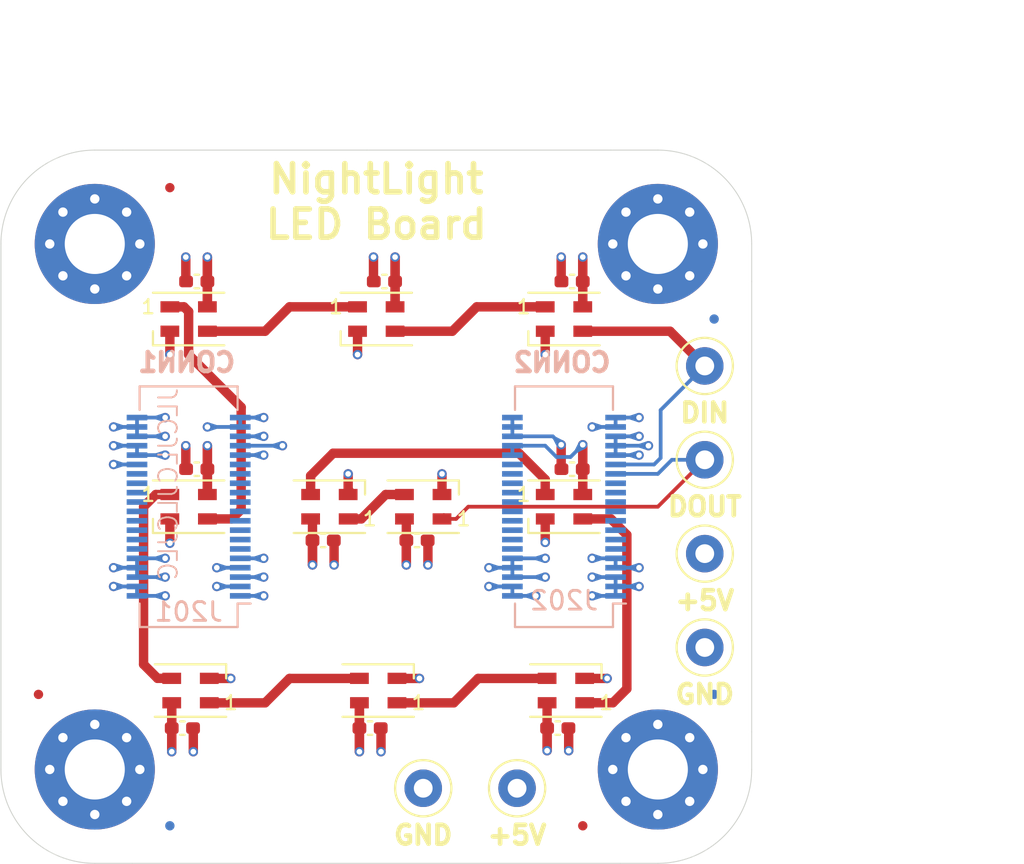
<source format=kicad_pcb>
(kicad_pcb (version 20240108) (generator "pcbnew") (generator_version "8.0")
  (layers (0 "F.Cu" signal) (1 "In1.Cu" signal) (2 "In2.Cu" signal) (31 "B.Cu" signal) (34 "B.Paste" user) (35 "F.Paste" user) (36 "B.SilkS" user "B.Silkscreen") (37 "F.SilkS" user "F.Silkscreen") (38 "B.Mask" user) (39 "F.Mask" user) (44 "Edge.Cuts" user))
  (net 0 "")
  (net 1 "GND")
  (net 2 "/LED Controller/DO1")
  (net 3 "/Connectors/DIN")
  (net 4 "/LED Controller/DO2")
  (net 5 "/LED Controller/DO3")
  (net 6 "/LED Controller/DO4")
  (net 7 "/LED Controller/DO5")
  (net 8 "/LED Controller/DO6")
  (net 9 "/LED Controller/DO7")
  (net 10 "/LED Controller/DO8")
  (net 11 "/LED Controller/DO9")
  (net 12 "/Connectors/DOUT")
  (net 19 "+3V3")
  (net 27 "+5V")
  (net 31 "unconnected-(J201-Pin_30-Pad30)")
  (footprint "Capacitor_SMD:C_0402_1005Metric_Pad0.74x0.62mm_HandSolder" (layer "F.Cu") (at 140.4325 88 180)
    (property "Reference" "C303" (hide yes))
    (property "Value" "C")
    (pad "1" smd roundrect (at -0.5675 0 180) (size 0.735 0.62) (layers "F.Cu" "F.Paste" "F.Mask") (net 27 "+5V"))
    (pad "2" smd roundrect (at 0.5675 0 180) (size 0.735 0.62) (layers "F.Cu" "F.Paste" "F.Mask") (net 1 "GND"))
  )
  (footprint "TestPoint:TestPoint_Loop_D1.80mm_Drill1.0mm_Beaded" (layer "F.Cu") (at 167.5 102.5)
    (property "Reference" "TP304" (hide yes))
    (property "Value" "TestPoint_Small")
    (pad "1" thru_hole circle (at 0 0) (size 2 2) (drill 1) (layers "*.Cu" "*.Mask") (net 27 "+5V"))
  )
  (footprint "LED_SMD:LED_SK6805_PLCC4_2.4x2.7mm_P1.3mm" (layer "F.Cu") (at 140 90)
    (property "Reference" "D303" (hide yes))
    (property "Value" "SK6805")
    (fp_text user "1" (at -2.15 -0.65 0) (layer "F.SilkS") (effects (font (size 0.75 0.75) (thickness 0.12))))
    (pad "1" smd rect (at -1 -0.65) (size 1 0.6) (layers "F.Cu" "F.Paste" "F.Mask") (net 5 "/LED Controller/DO3"))
    (pad "2" smd rect (at -1 0.65) (size 1 0.6) (layers "F.Cu" "F.Paste" "F.Mask") (net 1 "GND"))
    (pad "3" smd rect (at 1 0.65) (size 1 0.6) (layers "F.Cu" "F.Paste" "F.Mask") (net 4 "/LED Controller/DO2"))
    (pad "4" smd rect (at 1 -0.65) (size 1 0.6) (layers "F.Cu" "F.Paste" "F.Mask") (net 27 "+5V"))
  )
  (footprint "Fiducial:Fiducial_0.5mm_Mask1mm" (layer "F.Cu") (at 139 83)
    (property "Reference" "FID105" (hide yes))
    (property "Value" "Fiducial" (hide yes))
    (pad "" smd circle (at 0 0) (size 0.5 0.5) (layers "F.Cu" "F.Mask") (clearance 0.25))
  )
  (footprint "MountingHole:MountingHole_3.2mm_M3_Pad_Via" (layer "F.Cu") (at 165 86)
    (property "Reference" "H104" (hide yes))
    (property "Value" "MountingHole_Pad" (hide yes))
    (pad "1" thru_hole circle (at -2.4 0) (size 0.8 0.8) (drill 0.5) (layers "*.Cu" "*.Mask") (net 1 "GND"))
    (pad "1" thru_hole circle (at -1.697056 -1.697056) (size 0.8 0.8) (drill 0.5) (layers "*.Cu" "*.Mask") (net 1 "GND"))
    (pad "1" thru_hole circle (at -1.697056 1.697056) (size 0.8 0.8) (drill 0.5) (layers "*.Cu" "*.Mask") (net 1 "GND"))
    (pad "1" thru_hole circle (at 0 -2.4) (size 0.8 0.8) (drill 0.5) (layers "*.Cu" "*.Mask") (net 1 "GND"))
    (pad "1" thru_hole circle (at 0 0) (size 6.4 6.4) (drill 3.2) (layers "*.Cu" "*.Mask") (net 1 "GND"))
    (pad "1" thru_hole circle (at 0 2.4) (size 0.8 0.8) (drill 0.5) (layers "*.Cu" "*.Mask") (net 1 "GND"))
    (pad "1" thru_hole circle (at 1.697056 -1.697056) (size 0.8 0.8) (drill 0.5) (layers "*.Cu" "*.Mask") (net 1 "GND"))
    (pad "1" thru_hole circle (at 1.697056 1.697056) (size 0.8 0.8) (drill 0.5) (layers "*.Cu" "*.Mask") (net 1 "GND"))
    (pad "1" thru_hole circle (at 2.4 0) (size 0.8 0.8) (drill 0.5) (layers "*.Cu" "*.Mask") (net 1 "GND"))
  )
  (footprint "Capacitor_SMD:C_0402_1005Metric_Pad0.74x0.62mm_HandSolder" (layer "F.Cu") (at 159.6675 111.794975)
    (property "Reference" "C307" (hide yes))
    (property "Value" "C")
    (pad "1" smd roundrect (at -0.5675 0) (size 0.735 0.62) (layers "F.Cu" "F.Paste" "F.Mask") (net 27 "+5V"))
    (pad "2" smd roundrect (at 0.5675 0) (size 0.735 0.62) (layers "F.Cu" "F.Paste" "F.Mask") (net 1 "GND"))
  )
  (footprint "Capacitor_SMD:C_0402_1005Metric_Pad0.74x0.62mm_HandSolder" (layer "F.Cu") (at 150.4325 88 180)
    (property "Reference" "C302" (hide yes))
    (property "Value" "C")
    (pad "1" smd roundrect (at -0.5675 0 180) (size 0.735 0.62) (layers "F.Cu" "F.Paste" "F.Mask") (net 27 "+5V"))
    (pad "2" smd roundrect (at 0.5675 0 180) (size 0.735 0.62) (layers "F.Cu" "F.Paste" "F.Mask") (net 1 "GND"))
  )
  (footprint "LED_SMD:LED_SK6805_PLCC4_2.4x2.7mm_P1.3mm" (layer "F.Cu") (at 140.1 109.794974 180)
    (property "Reference" "D305" (hide yes))
    (property "Value" "SK6805")
    (fp_text user "1" (at -2.15 -0.65 360) (layer "F.SilkS") (effects (font (size 0.75 0.75) (thickness 0.12))))
    (pad "1" smd rect (at -1 -0.65 180) (size 1 0.6) (layers "F.Cu" "F.Paste" "F.Mask") (net 7 "/LED Controller/DO5"))
    (pad "2" smd rect (at -1 0.65 180) (size 1 0.6) (layers "F.Cu" "F.Paste" "F.Mask") (net 1 "GND"))
    (pad "3" smd rect (at 1 0.65 180) (size 1 0.6) (layers "F.Cu" "F.Paste" "F.Mask") (net 6 "/LED Controller/DO4"))
    (pad "4" smd rect (at 1 -0.65 180) (size 1 0.6) (layers "F.Cu" "F.Paste" "F.Mask") (net 27 "+5V"))
  )
  (footprint "TestPoint:TestPoint_Loop_D1.80mm_Drill1.0mm_Beaded" (layer "F.Cu") (at 167.5 97.5)
    (property "Reference" "TP305" (hide yes))
    (property "Value" "TestPoint_Small")
    (pad "1" thru_hole circle (at 0 0) (size 2 2) (drill 1) (layers "*.Cu" "*.Mask") (net 12 "/Connectors/DOUT"))
  )
  (footprint "TestPoint:TestPoint_Loop_D1.80mm_Drill1.0mm_Beaded" (layer "F.Cu") (at 157.5 115)
    (property "Reference" "TP302" (hide yes))
    (property "Value" "TestPoint_Small")
    (pad "1" thru_hole circle (at 0 0) (size 2 2) (drill 1) (layers "*.Cu" "*.Mask") (net 27 "+5V"))
  )
  (footprint "Capacitor_SMD:C_0402_1005Metric_Pad0.74x0.62mm_HandSolder" (layer "F.Cu") (at 140.4325 98 180)
    (property "Reference" "C304" (hide yes))
    (property "Value" "C")
    (pad "1" smd roundrect (at -0.5675 0 180) (size 0.735 0.62) (layers "F.Cu" "F.Paste" "F.Mask") (net 27 "+5V"))
    (pad "2" smd roundrect (at 0.5675 0 180) (size 0.735 0.62) (layers "F.Cu" "F.Paste" "F.Mask") (net 1 "GND"))
  )
  (footprint "LED_SMD:LED_SK6805_PLCC4_2.4x2.7mm_P1.3mm" (layer "F.Cu") (at 152.5 100 180)
    (property "Reference" "D310" (hide yes))
    (property "Value" "SK6805")
    (fp_text user "1" (at -2.15 -0.65 360) (layer "F.SilkS") (effects (font (size 0.75 0.75) (thickness 0.12))))
    (pad "1" smd rect (at -1 -0.65 180) (size 1 0.6) (layers "F.Cu" "F.Paste" "F.Mask") (net 12 "/Connectors/DOUT"))
    (pad "2" smd rect (at -1 0.65 180) (size 1 0.6) (layers "F.Cu" "F.Paste" "F.Mask") (net 1 "GND"))
    (pad "3" smd rect (at 1 0.65 180) (size 1 0.6) (layers "F.Cu" "F.Paste" "F.Mask") (net 11 "/LED Controller/DO9"))
    (pad "4" smd rect (at 1 -0.65 180) (size 1 0.6) (layers "F.Cu" "F.Paste" "F.Mask") (net 27 "+5V"))
  )
  (footprint "Capacitor_SMD:C_0402_1005Metric_Pad0.74x0.62mm_HandSolder" (layer "F.Cu") (at 147.1675 101.794975)
    (property "Reference" "C310" (hide yes))
    (property "Value" "C")
    (pad "1" smd roundrect (at -0.5675 0) (size 0.735 0.62) (layers "F.Cu" "F.Paste" "F.Mask") (net 27 "+5V"))
    (pad "2" smd roundrect (at 0.5675 0) (size 0.735 0.62) (layers "F.Cu" "F.Paste" "F.Mask") (net 1 "GND"))
  )
  (footprint "TestPoint:TestPoint_Loop_D1.80mm_Drill1.0mm_Beaded" (layer "F.Cu") (at 167.5 92.5)
    (property "Reference" "TP306" (hide yes))
    (property "Value" "TestPoint_Small")
    (pad "1" thru_hole circle (at 0 0) (size 2 2) (drill 1) (layers "*.Cu" "*.Mask") (net 3 "/Connectors/DIN"))
  )
  (footprint "LED_SMD:LED_SK6805_PLCC4_2.4x2.7mm_P1.3mm" (layer "F.Cu") (at 160 100)
    (property "Reference" "D308" (hide yes))
    (property "Value" "SK6805")
    (fp_text user "1" (at -2.15 -0.65 0) (layer "F.SilkS") (effects (font (size 0.75 0.75) (thickness 0.12))))
    (pad "1" smd rect (at -1 -0.65) (size 1 0.6) (layers "F.Cu" "F.Paste" "F.Mask") (net 10 "/LED Controller/DO8"))
    (pad "2" smd rect (at -1 0.65) (size 1 0.6) (layers "F.Cu" "F.Paste" "F.Mask") (net 1 "GND"))
    (pad "3" smd rect (at 1 0.65) (size 1 0.6) (layers "F.Cu" "F.Paste" "F.Mask") (net 9 "/LED Controller/DO7"))
    (pad "4" smd rect (at 1 -0.65) (size 1 0.6) (layers "F.Cu" "F.Paste" "F.Mask") (net 27 "+5V"))
  )
  (footprint "TestPoint:TestPoint_Loop_D1.80mm_Drill1.0mm_Beaded" (layer "F.Cu") (at 152.5 115)
    (property "Reference" "TP303" (hide yes))
    (property "Value" "TestPoint_Small")
    (pad "1" thru_hole circle (at 0 0) (size 2 2) (drill 1) (layers "*.Cu" "*.Mask") (net 1 "GND"))
  )
  (footprint "LED_SMD:LED_SK6805_PLCC4_2.4x2.7mm_P1.3mm" (layer "F.Cu") (at 160 90)
    (property "Reference" "D301" (hide yes))
    (property "Value" "SK6805")
    (fp_text user "1" (at -2.15 -0.65 0) (layer "F.SilkS") (effects (font (size 0.75 0.75) (thickness 0.12))))
    (pad "1" smd rect (at -1 -0.65) (size 1 0.6) (layers "F.Cu" "F.Paste" "F.Mask") (net 2 "/LED Controller/DO1"))
    (pad "2" smd rect (at -1 0.65) (size 1 0.6) (layers "F.Cu" "F.Paste" "F.Mask") (net 1 "GND"))
    (pad "3" smd rect (at 1 0.65) (size 1 0.6) (layers "F.Cu" "F.Paste" "F.Mask") (net 3 "/Connectors/DIN"))
    (pad "4" smd rect (at 1 -0.65) (size 1 0.6) (layers "F.Cu" "F.Paste" "F.Mask") (net 27 "+5V"))
  )
  (footprint "LED_SMD:LED_SK6805_PLCC4_2.4x2.7mm_P1.3mm" (layer "F.Cu") (at 160.1 109.794974 180)
    (property "Reference" "D307" (hide yes))
    (property "Value" "SK6805")
    (fp_text user "1" (at -2.15 -0.65 360) (layer "F.SilkS") (effects (font (size 0.75 0.75) (thickness 0.12))))
    (pad "1" smd rect (at -1 -0.65 180) (size 1 0.6) (layers "F.Cu" "F.Paste" "F.Mask") (net 9 "/LED Controller/DO7"))
    (pad "2" smd rect (at -1 0.65 180) (size 1 0.6) (layers "F.Cu" "F.Paste" "F.Mask") (net 1 "GND"))
    (pad "3" smd rect (at 1 0.65 180) (size 1 0.6) (layers "F.Cu" "F.Paste" "F.Mask") (net 8 "/LED Controller/DO6"))
    (pad "4" smd rect (at 1 -0.65 180) (size 1 0.6) (layers "F.Cu" "F.Paste" "F.Mask") (net 27 "+5V"))
  )
  (footprint "MountingHole:MountingHole_3.2mm_M3_Pad_Via" (layer "F.Cu") (at 135 114)
    (property "Reference" "H102" (hide yes))
    (property "Value" "MountingHole_Pad" (hide yes))
    (pad "1" thru_hole circle (at -2.4 0) (size 0.8 0.8) (drill 0.5) (layers "*.Cu" "*.Mask") (net 1 "GND"))
    (pad "1" thru_hole circle (at -1.697056 -1.697056) (size 0.8 0.8) (drill 0.5) (layers "*.Cu" "*.Mask") (net 1 "GND"))
    (pad "1" thru_hole circle (at -1.697056 1.697056) (size 0.8 0.8) (drill 0.5) (layers "*.Cu" "*.Mask") (net 1 "GND"))
    (pad "1" thru_hole circle (at 0 -2.4) (size 0.8 0.8) (drill 0.5) (layers "*.Cu" "*.Mask") (net 1 "GND"))
    (pad "1" thru_hole circle (at 0 0) (size 6.4 6.4) (drill 3.2) (layers "*.Cu" "*.Mask") (net 1 "GND"))
    (pad "1" thru_hole circle (at 0 2.4) (size 0.8 0.8) (drill 0.5) (layers "*.Cu" "*.Mask") (net 1 "GND"))
    (pad "1" thru_hole circle (at 1.697056 -1.697056) (size 0.8 0.8) (drill 0.5) (layers "*.Cu" "*.Mask") (net 1 "GND"))
    (pad "1" thru_hole circle (at 1.697056 1.697056) (size 0.8 0.8) (drill 0.5) (layers "*.Cu" "*.Mask") (net 1 "GND"))
    (pad "1" thru_hole circle (at 2.4 0) (size 0.8 0.8) (drill 0.5) (layers "*.Cu" "*.Mask") (net 1 "GND"))
  )
  (footprint "MountingHole:MountingHole_3.2mm_M3_Pad_Via" (layer "F.Cu") (at 135 86)
    (property "Reference" "H101" (hide yes))
    (property "Value" "MountingHole_Pad" (hide yes))
    (pad "1" thru_hole circle (at -2.4 0) (size 0.8 0.8) (drill 0.5) (layers "*.Cu" "*.Mask") (net 1 "GND"))
    (pad "1" thru_hole circle (at -1.697056 -1.697056) (size 0.8 0.8) (drill 0.5) (layers "*.Cu" "*.Mask") (net 1 "GND"))
    (pad "1" thru_hole circle (at -1.697056 1.697056) (size 0.8 0.8) (drill 0.5) (layers "*.Cu" "*.Mask") (net 1 "GND"))
    (pad "1" thru_hole circle (at 0 -2.4) (size 0.8 0.8) (drill 0.5) (layers "*.Cu" "*.Mask") (net 1 "GND"))
    (pad "1" thru_hole circle (at 0 0) (size 6.4 6.4) (drill 3.2) (layers "*.Cu" "*.Mask") (net 1 "GND"))
    (pad "1" thru_hole circle (at 0 2.4) (size 0.8 0.8) (drill 0.5) (layers "*.Cu" "*.Mask") (net 1 "GND"))
    (pad "1" thru_hole circle (at 1.697056 -1.697056) (size 0.8 0.8) (drill 0.5) (layers "*.Cu" "*.Mask") (net 1 "GND"))
    (pad "1" thru_hole circle (at 1.697056 1.697056) (size 0.8 0.8) (drill 0.5) (layers "*.Cu" "*.Mask") (net 1 "GND"))
    (pad "1" thru_hole circle (at 2.4 0) (size 0.8 0.8) (drill 0.5) (layers "*.Cu" "*.Mask") (net 1 "GND"))
  )
  (footprint "Capacitor_SMD:C_0402_1005Metric_Pad0.74x0.62mm_HandSolder" (layer "F.Cu") (at 160.4325 88 180)
    (property "Reference" "C301" (hide yes))
    (property "Value" "C")
    (pad "1" smd roundrect (at -0.5675 0 180) (size 0.735 0.62) (layers "F.Cu" "F.Paste" "F.Mask") (net 27 "+5V"))
    (pad "2" smd roundrect (at 0.5675 0 180) (size 0.735 0.62) (layers "F.Cu" "F.Paste" "F.Mask") (net 1 "GND"))
  )
  (footprint "LED_SMD:LED_SK6805_PLCC4_2.4x2.7mm_P1.3mm" (layer "F.Cu") (at 147.5 100 180)
    (property "Reference" "D309" (hide yes))
    (property "Value" "SK6805")
    (fp_text user "1" (at -2.15 -0.65 360) (layer "F.SilkS") (effects (font (size 0.75 0.75) (thickness 0.12))))
    (pad "1" smd rect (at -1 -0.65 180) (size 1 0.6) (layers "F.Cu" "F.Paste" "F.Mask") (net 11 "/LED Controller/DO9"))
    (pad "2" smd rect (at -1 0.65 180) (size 1 0.6) (layers "F.Cu" "F.Paste" "F.Mask") (net 1 "GND"))
    (pad "3" smd rect (at 1 0.65 180) (size 1 0.6) (layers "F.Cu" "F.Paste" "F.Mask") (net 10 "/LED Controller/DO8"))
    (pad "4" smd rect (at 1 -0.65 180) (size 1 0.6) (layers "F.Cu" "F.Paste" "F.Mask") (net 27 "+5V"))
  )
  (footprint "Fiducial:Fiducial_0.5mm_Mask1mm" (layer "F.Cu") (at 161 117)
    (property "Reference" "FID103" (hide yes))
    (property "Value" "Fiducial" (hide yes))
    (pad "" smd circle (at 0 0) (size 0.5 0.5) (layers "F.Cu" "F.Mask") (clearance 0.25))
  )
  (footprint "Capacitor_SMD:C_0402_1005Metric_Pad0.74x0.62mm_HandSolder" (layer "F.Cu") (at 149.6675 111.794975)
    (property "Reference" "C306" (hide yes))
    (property "Value" "C")
    (pad "1" smd roundrect (at -0.5675 0) (size 0.735 0.62) (layers "F.Cu" "F.Paste" "F.Mask") (net 27 "+5V"))
    (pad "2" smd roundrect (at 0.5675 0) (size 0.735 0.62) (layers "F.Cu" "F.Paste" "F.Mask") (net 1 "GND"))
  )
  (footprint "LED_SMD:LED_SK6805_PLCC4_2.4x2.7mm_P1.3mm" (layer "F.Cu") (at 150.1 109.794974 180)
    (property "Reference" "D306" (hide yes))
    (property "Value" "SK6805")
    (fp_text user "1" (at -2.15 -0.65 360) (layer "F.SilkS") (effects (font (size 0.75 0.75) (thickness 0.12))))
    (pad "1" smd rect (at -1 -0.65 180) (size 1 0.6) (layers "F.Cu" "F.Paste" "F.Mask") (net 8 "/LED Controller/DO6"))
    (pad "2" smd rect (at -1 0.65 180) (size 1 0.6) (layers "F.Cu" "F.Paste" "F.Mask") (net 1 "GND"))
    (pad "3" smd rect (at 1 0.65 180) (size 1 0.6) (layers "F.Cu" "F.Paste" "F.Mask") (net 7 "/LED Controller/DO5"))
    (pad "4" smd rect (at 1 -0.65 180) (size 1 0.6) (layers "F.Cu" "F.Paste" "F.Mask") (net 27 "+5V"))
  )
  (footprint "Capacitor_SMD:C_0402_1005Metric_Pad0.74x0.62mm_HandSolder" (layer "F.Cu") (at 160.4325 98 180)
    (property "Reference" "C308" (hide yes))
    (property "Value" "C")
    (pad "1" smd roundrect (at -0.5675 0 180) (size 0.735 0.62) (layers "F.Cu" "F.Paste" "F.Mask") (net 27 "+5V"))
    (pad "2" smd roundrect (at 0.5675 0 180) (size 0.735 0.62) (layers "F.Cu" "F.Paste" "F.Mask") (net 1 "GND"))
  )
  (footprint "TestPoint:TestPoint_Loop_D1.80mm_Drill1.0mm_Beaded" (layer "F.Cu") (at 167.5 107.5)
    (property "Reference" "TP301" (hide yes))
    (property "Value" "TestPoint_Small")
    (pad "1" thru_hole circle (at 0 0) (size 2 2) (drill 1) (layers "*.Cu" "*.Mask") (net 1 "GND"))
  )
  (footprint "Fiducial:Fiducial_0.5mm_Mask1mm" (layer "F.Cu") (at 132 110)
    (property "Reference" "FID101" (hide yes))
    (property "Value" "Fiducial" (hide yes))
    (pad "" smd circle (at 0 0) (size 0.5 0.5) (layers "F.Cu" "F.Mask") (clearance 0.25))
  )
  (footprint "LED_SMD:LED_SK6805_PLCC4_2.4x2.7mm_P1.3mm" (layer "F.Cu") (at 140 100)
    (property "Reference" "D304" (hide yes))
    (property "Value" "SK6805")
    (fp_text user "1" (at -2.15 -0.65 0) (layer "F.SilkS") (effects (font (size 0.75 0.75) (thickness 0.12))))
    (pad "1" smd rect (at -1 -0.65) (size 1 0.6) (layers "F.Cu" "F.Paste" "F.Mask") (net 6 "/LED Controller/DO4"))
    (pad "2" smd rect (at -1 0.65) (size 1 0.6) (layers "F.Cu" "F.Paste" "F.Mask") (net 1 "GND"))
    (pad "3" smd rect (at 1 0.65) (size 1 0.6) (layers "F.Cu" "F.Paste" "F.Mask") (net 5 "/LED Controller/DO3"))
    (pad "4" smd rect (at 1 -0.65) (size 1 0.6) (layers "F.Cu" "F.Paste" "F.Mask") (net 27 "+5V"))
  )
  (footprint "LED_SMD:LED_SK6805_PLCC4_2.4x2.7mm_P1.3mm" (layer "F.Cu") (at 150 90)
    (property "Reference" "D302" (hide yes))
    (property "Value" "SK6805")
    (fp_text user "1" (at -2.15 -0.65 0) (layer "F.SilkS") (effects (font (size 0.75 0.75) (thickness 0.12))))
    (pad "1" smd rect (at -1 -0.65) (size 1 0.6) (layers "F.Cu" "F.Paste" "F.Mask") (net 4 "/LED Controller/DO2"))
    (pad "2" smd rect (at -1 0.65) (size 1 0.6) (layers "F.Cu" "F.Paste" "F.Mask") (net 1 "GND"))
    (pad "3" smd rect (at 1 0.65) (size 1 0.6) (layers "F.Cu" "F.Paste" "F.Mask") (net 2 "/LED Controller/DO1"))
    (pad "4" smd rect (at 1 -0.65) (size 1 0.6) (layers "F.Cu" "F.Paste" "F.Mask") (net 27 "+5V"))
  )
  (footprint "Capacitor_SMD:C_0402_1005Metric_Pad0.74x0.62mm_HandSolder" (layer "F.Cu") (at 152.1675 101.794975)
    (property "Reference" "C309" (hide yes))
    (property "Value" "C")
    (pad "1" smd roundrect (at -0.5675 0) (size 0.735 0.62) (layers "F.Cu" "F.Paste" "F.Mask") (net 27 "+5V"))
    (pad "2" smd roundrect (at 0.5675 0) (size 0.735 0.62) (layers "F.Cu" "F.Paste" "F.Mask") (net 1 "GND"))
  )
  (footprint "Capacitor_SMD:C_0402_1005Metric_Pad0.74x0.62mm_HandSolder" (layer "F.Cu") (at 139.6675 111.794975)
    (property "Reference" "C305" (hide yes))
    (property "Value" "C")
    (pad "1" smd roundrect (at -0.5675 0) (size 0.735 0.62) (layers "F.Cu" "F.Paste" "F.Mask") (net 27 "+5V"))
    (pad "2" smd roundrect (at 0.5675 0) (size 0.735 0.62) (layers "F.Cu" "F.Paste" "F.Mask") (net 1 "GND"))
  )
  (footprint "MountingHole:MountingHole_3.2mm_M3_Pad_Via" (layer "F.Cu") (at 165 114)
    (property "Reference" "H103" (hide yes))
    (property "Value" "MountingHole_Pad" (hide yes))
    (pad "1" thru_hole circle (at -2.4 0) (size 0.8 0.8) (drill 0.5) (layers "*.Cu" "*.Mask") (net 1 "GND"))
    (pad "1" thru_hole circle (at -1.697056 -1.697056) (size 0.8 0.8) (drill 0.5) (layers "*.Cu" "*.Mask") (net 1 "GND"))
    (pad "1" thru_hole circle (at -1.697056 1.697056) (size 0.8 0.8) (drill 0.5) (layers "*.Cu" "*.Mask") (net 1 "GND"))
    (pad "1" thru_hole circle (at 0 -2.4) (size 0.8 0.8) (drill 0.5) (layers "*.Cu" "*.Mask") (net 1 "GND"))
    (pad "1" thru_hole circle (at 0 0) (size 6.4 6.4) (drill 3.2) (layers "*.Cu" "*.Mask") (net 1 "GND"))
    (pad "1" thru_hole circle (at 0 2.4) (size 0.8 0.8) (drill 0.5) (layers "*.Cu" "*.Mask") (net 1 "GND"))
    (pad "1" thru_hole circle (at 1.697056 -1.697056) (size 0.8 0.8) (drill 0.5) (layers "*.Cu" "*.Mask") (net 1 "GND"))
    (pad "1" thru_hole circle (at 1.697056 1.697056) (size 0.8 0.8) (drill 0.5) (layers "*.Cu" "*.Mask") (net 1 "GND"))
    (pad "1" thru_hole circle (at 2.4 0) (size 0.8 0.8) (drill 0.5) (layers "*.Cu" "*.Mask") (net 1 "GND"))
  )
  (footprint "Fiducial:Fiducial_0.5mm_Mask1mm" (layer "B.Cu") (at 168 110 180)
    (property "Reference" "FID104" (hide yes))
    (property "Value" "Fiducial" (hide yes))
    (pad "" smd circle (at 0 0 180) (size 0.5 0.5) (layers "B.Cu" "B.Mask") (clearance 0.25))
  )
  (footprint "Connector_Molex:Molex_SlimStack_54722-0404_2x20_P0.50mm_Vertical" (layer "B.Cu") (at 160 100 90)
    (property "Reference" "J202" (at -5 0 0) (layer "B.SilkS") (effects (justify mirror)))
    (property "Value" "Conn_02x20_Odd_Even")
    (pad "1" smd rect (at -4.75 2.75 90) (size 0.3 1.1) (layers "B.Cu" "B.Paste" "B.Mask") (net 1 "GND"))
    (pad "2" smd rect (at -4.75 -2.75 90) (size 0.3 1.1) (layers "B.Cu" "B.Paste" "B.Mask") (net 19 "+3V3"))
    (pad "3" smd rect (at -4.25 2.75 90) (size 0.3 1.1) (layers "B.Cu" "B.Paste" "B.Mask") (net 1 "GND"))
    (pad "4" smd rect (at -4.25 -2.75 90) (size 0.3 1.1) (layers "B.Cu" "B.Paste" "B.Mask") (net 19 "+3V3"))
    (pad "5" smd rect (at -3.75 2.75 90) (size 0.3 1.1) (layers "B.Cu" "B.Paste" "B.Mask") (net 1 "GND"))
    (pad "6" smd rect (at -3.75 -2.75 90) (size 0.3 1.1) (layers "B.Cu" "B.Paste" "B.Mask") (net 1 "GND"))
    (pad "7" smd rect (at -3.25 2.75 90) (size 0.3 1.1) (layers "B.Cu" "B.Paste" "B.Mask") (net 27 "+5V"))
    (pad "8" smd rect (at -3.25 -2.75 90) (size 0.3 1.1) (layers "B.Cu" "B.Paste" "B.Mask") (net 1 "GND"))
    (pad "9" smd rect (at -2.75 2.75 90) (size 0.3 1.1) (layers "B.Cu" "B.Paste" "B.Mask") (net 27 "+5V"))
    (pad "10" smd rect (at -2.75 -2.75 90) (size 0.3 1.1) (layers "B.Cu" "B.Paste" "B.Mask") (net 1 "GND"))
    (pad "11" smd rect (at -2.25 2.75 90) (size 0.3 1.1) (layers "B.Cu" "B.Paste" "B.Mask"))
    (pad "12" smd rect (at -2.25 -2.75 90) (size 0.3 1.1) (layers "B.Cu" "B.Paste" "B.Mask"))
    (pad "13" smd rect (at -1.75 2.75 90) (size 0.3 1.1) (layers "B.Cu" "B.Paste" "B.Mask"))
    (pad "14" smd rect (at -1.75 -2.75 90) (size 0.3 1.1) (layers "B.Cu" "B.Paste" "B.Mask"))
    (pad "15" smd rect (at -1.25 2.75 90) (size 0.3 1.1) (layers "B.Cu" "B.Paste" "B.Mask"))
    (pad "16" smd rect (at -1.25 -2.75 90) (size 0.3 1.1) (layers "B.Cu" "B.Paste" "B.Mask"))
    (pad "17" smd rect (at -0.75 2.75 90) (size 0.3 1.1) (layers "B.Cu" "B.Paste" "B.Mask"))
    (pad "18" smd rect (at -0.75 -2.75 90) (size 0.3 1.1) (layers "B.Cu" "B.Paste" "B.Mask"))
    (pad "19" smd rect (at -0.25 2.75 90) (size 0.3 1.1) (layers "B.Cu" "B.Paste" "B.Mask"))
    (pad "20" smd rect (at -0.25 -2.75 90) (size 0.3 1.1) (layers "B.Cu" "B.Paste" "B.Mask"))
    (pad "21" smd rect (at 0.25 2.75 90) (size 0.3 1.1) (layers "B.Cu" "B.Paste" "B.Mask"))
    (pad "22" smd rect (at 0.25 -2.75 90) (size 0.3 1.1) (layers "B.Cu" "B.Paste" "B.Mask"))
    (pad "23" smd rect (at 0.75 2.75 90) (size 0.3 1.1) (layers "B.Cu" "B.Paste" "B.Mask"))
    (pad "24" smd rect (at 0.75 -2.75 90) (size 0.3 1.1) (layers "B.Cu" "B.Paste" "B.Mask"))
    (pad "25" smd rect (at 1.25 2.75 90) (size 0.3 1.1) (layers "B.Cu" "B.Paste" "B.Mask"))
    (pad "26" smd rect (at 1.25 -2.75 90) (size 0.3 1.1) (layers "B.Cu" "B.Paste" "B.Mask"))
    (pad "27" smd rect (at 1.75 2.75 90) (size 0.3 1.1) (layers "B.Cu" "B.Paste" "B.Mask") (net 12 "/Connectors/DOUT"))
    (pad "28" smd rect (at 1.75 -2.75 90) (size 0.3 1.1) (layers "B.Cu" "B.Paste" "B.Mask"))
    (pad "29" smd rect (at 2.25 2.75 90) (size 0.3 1.1) (layers "B.Cu" "B.Paste" "B.Mask") (net 3 "/Connectors/DIN"))
    (pad "30" smd rect (at 2.25 -2.75 90) (size 0.3 1.1) (layers "B.Cu" "B.Paste" "B.Mask"))
    (pad "31" smd rect (at 2.75 2.75 90) (size 0.3 1.1) (layers "B.Cu" "B.Paste" "B.Mask") (net 1 "GND"))
    (pad "32" smd rect (at 2.75 -2.75 90) (size 0.3 1.1) (layers "B.Cu" "B.Paste" "B.Mask") (net 27 "+5V"))
    (pad "33" smd rect (at 3.25 2.75 90) (size 0.3 1.1) (layers "B.Cu" "B.Paste" "B.Mask") (net 1 "GND"))
    (pad "34" smd rect (at 3.25 -2.75 90) (size 0.3 1.1) (layers "B.Cu" "B.Paste" "B.Mask") (net 27 "+5V"))
    (pad "35" smd rect (at 3.75 2.75 90) (size 0.3 1.1) (layers "B.Cu" "B.Paste" "B.Mask") (net 1 "GND"))
    (pad "36" smd rect (at 3.75 -2.75 90) (size 0.3 1.1) (layers "B.Cu" "B.Paste" "B.Mask") (net 1 "GND"))
    (pad "37" smd rect (at 4.25 2.75 90) (size 0.3 1.1) (layers "B.Cu" "B.Paste" "B.Mask") (net 19 "+3V3"))
    (pad "38" smd rect (at 4.25 -2.75 90) (size 0.3 1.1) (layers "B.Cu" "B.Paste" "B.Mask") (net 1 "GND"))
    (pad "39" smd rect (at 4.75 2.75 90) (size 0.3 1.1) (layers "B.Cu" "B.Paste" "B.Mask") (net 19 "+3V3"))
    (pad "40" smd rect (at 4.75 -2.75 90) (size 0.3 1.1) (layers "B.Cu" "B.Paste" "B.Mask") (net 1 "GND"))
  )
  (footprint "Fiducial:Fiducial_0.5mm_Mask1mm" (layer "B.Cu") (at 139 117 180)
    (property "Reference" "FID106" (hide yes))
    (property "Value" "Fiducial" (hide yes))
    (pad "" smd circle (at 0 0 180) (size 0.5 0.5) (layers "B.Cu" "B.Mask") (clearance 0.25))
  )
  (footprint "Connector_Molex:Molex_SlimStack_54722-0404_2x20_P0.50mm_Vertical" (layer "B.Cu") (at 140 100 90)
    (property "Reference" "J201" (at -5.6 0 180) (layer "B.SilkS") (effects (justify mirror)))
    (property "Value" "Conn_02x20_Odd_Even")
    (pad "1" smd rect (at -4.75 2.75 90) (size 0.3 1.1) (layers "B.Cu" "B.Paste" "B.Mask") (net 1 "GND"))
    (pad "2" smd rect (at -4.75 -2.75 90) (size 0.3 1.1) (layers "B.Cu" "B.Paste" "B.Mask") (net 19 "+3V3"))
    (pad "3" smd rect (at -4.25 2.75 90) (size 0.3 1.1) (layers "B.Cu" "B.Paste" "B.Mask") (net 1 "GND"))
    (pad "4" smd rect (at -4.25 -2.75 90) (size 0.3 1.1) (layers "B.Cu" "B.Paste" "B.Mask") (net 19 "+3V3"))
    (pad "5" smd rect (at -3.75 2.75 90) (size 0.3 1.1) (layers "B.Cu" "B.Paste" "B.Mask") (net 1 "GND"))
    (pad "6" smd rect (at -3.75 -2.75 90) (size 0.3 1.1) (layers "B.Cu" "B.Paste" "B.Mask") (net 1 "GND"))
    (pad "7" smd rect (at -3.25 2.75 90) (size 0.3 1.1) (layers "B.Cu" "B.Paste" "B.Mask") (net 27 "+5V"))
    (pad "8" smd rect (at -3.25 -2.75 90) (size 0.3 1.1) (layers "B.Cu" "B.Paste" "B.Mask") (net 1 "GND"))
    (pad "9" smd rect (at -2.75 2.75 90) (size 0.3 1.1) (layers "B.Cu" "B.Paste" "B.Mask") (net 27 "+5V"))
    (pad "10" smd rect (at -2.75 -2.75 90) (size 0.3 1.1) (layers "B.Cu" "B.Paste" "B.Mask") (net 1 "GND"))
    (pad "11" smd rect (at -2.25 2.75 90) (size 0.3 1.1) (layers "B.Cu" "B.Paste" "B.Mask"))
    (pad "12" smd rect (at -2.25 -2.75 90) (size 0.3 1.1) (layers "B.Cu" "B.Paste" "B.Mask"))
    (pad "13" smd rect (at -1.75 2.75 90) (size 0.3 1.1) (layers "B.Cu" "B.Paste" "B.Mask"))
    (pad "14" smd rect (at -1.75 -2.75 90) (size 0.3 1.1) (layers "B.Cu" "B.Paste" "B.Mask"))
    (pad "15" smd rect (at -1.25 2.75 90) (size 0.3 1.1) (layers "B.Cu" "B.Paste" "B.Mask"))
    (pad "16" smd rect (at -1.25 -2.75 90) (size 0.3 1.1) (layers "B.Cu" "B.Paste" "B.Mask"))
    (pad "17" smd rect (at -0.75 2.75 90) (size 0.3 1.1) (layers "B.Cu" "B.Paste" "B.Mask"))
    (pad "18" smd rect (at -0.75 -2.75 90) (size 0.3 1.1) (layers "B.Cu" "B.Paste" "B.Mask"))
    (pad "19" smd rect (at -0.25 2.75 90) (size 0.3 1.1) (layers "B.Cu" "B.Paste" "B.Mask"))
    (pad "20" smd rect (at -0.25 -2.75 90) (size 0.3 1.1) (layers "B.Cu" "B.Paste" "B.Mask"))
    (pad "21" smd rect (at 0.25 2.75 90) (size 0.3 1.1) (layers "B.Cu" "B.Paste" "B.Mask"))
    (pad "22" smd rect (at 0.25 -2.75 90) (size 0.3 1.1) (layers "B.Cu" "B.Paste" "B.Mask"))
    (pad "23" smd rect (at 0.75 2.75 90) (size 0.3 1.1) (layers "B.Cu" "B.Paste" "B.Mask"))
    (pad "24" smd rect (at 0.75 -2.75 90) (size 0.3 1.1) (layers "B.Cu" "B.Paste" "B.Mask"))
    (pad "25" smd rect (at 1.25 2.75 90) (size 0.3 1.1) (layers "B.Cu" "B.Paste" "B.Mask"))
    (pad "26" smd rect (at 1.25 -2.75 90) (size 0.3 1.1) (layers "B.Cu" "B.Paste" "B.Mask"))
    (pad "27" smd rect (at 1.75 2.75 90) (size 0.3 1.1) (layers "B.Cu" "B.Paste" "B.Mask"))
    (pad "28" smd rect (at 1.75 -2.75 90) (size 0.3 1.1) (layers "B.Cu" "B.Paste" "B.Mask"))
    (pad "29" smd rect (at 2.25 2.75 90) (size 0.3 1.1) (layers "B.Cu" "B.Paste" "B.Mask"))
    (pad "30" smd rect (at 2.25 -2.75 90) (size 0.3 1.1) (layers "B.Cu" "B.Paste" "B.Mask") (net 31 "unconnected-(J201-Pin_30-Pad30)"))
    (pad "31" smd rect (at 2.75 2.75 90) (size 0.3 1.1) (layers "B.Cu" "B.Paste" "B.Mask") (net 1 "GND"))
    (pad "32" smd rect (at 2.75 -2.75 90) (size 0.3 1.1) (layers "B.Cu" "B.Paste" "B.Mask") (net 27 "+5V"))
    (pad "33" smd rect (at 3.25 2.75 90) (size 0.3 1.1) (layers "B.Cu" "B.Paste" "B.Mask") (net 1 "GND"))
    (pad "34" smd rect (at 3.25 -2.75 90) (size 0.3 1.1) (layers "B.Cu" "B.Paste" "B.Mask") (net 27 "+5V"))
    (pad "35" smd rect (at 3.75 2.75 90) (size 0.3 1.1) (layers "B.Cu" "B.Paste" "B.Mask") (net 1 "GND"))
    (pad "36" smd rect (at 3.75 -2.75 90) (size 0.3 1.1) (layers "B.Cu" "B.Paste" "B.Mask") (net 1 "GND"))
    (pad "37" smd rect (at 4.25 2.75 90) (size 0.3 1.1) (layers "B.Cu" "B.Paste" "B.Mask") (net 19 "+3V3"))
    (pad "38" smd rect (at 4.25 -2.75 90) (size 0.3 1.1) (layers "B.Cu" "B.Paste" "B.Mask") (net 1 "GND"))
    (pad "39" smd rect (at 4.75 2.75 90) (size 0.3 1.1) (layers "B.Cu" "B.Paste" "B.Mask") (net 19 "+3V3"))
    (pad "40" smd rect (at 4.75 -2.75 90) (size 0.3 1.1) (layers "B.Cu" "B.Paste" "B.Mask") (net 1 "GND"))
  )
  (footprint "Fiducial:Fiducial_0.5mm_Mask1mm" (layer "B.Cu") (at 168 90 180)
    (property "Reference" "FID102" (hide yes))
    (property "Value" "Fiducial" (hide yes))
    (pad "" smd circle (at 0 0 180) (size 0.5 0.5) (layers "B.Cu" "B.Mask") (clearance 0.25))
  )
  (gr_arc (start 135 119) (mid 131.464466 117.535534) (end 130 114) (stroke (width 0.05)) (layer "Edge.Cuts"))
  (gr_line (start 162.5 81) (end 149.5 81) (stroke (width 0.05)) (layer "Edge.Cuts"))
  (gr_arc (start 170 114) (mid 168.535534 117.535534) (end 165 119) (stroke (width 0.05)) (layer "Edge.Cuts"))
  (gr_line (start 149.5 81) (end 136.5 81) (stroke (width 0.05)) (layer "Edge.Cuts"))
  (gr_line (start 170 112) (end 170 114) (stroke (width 0.05)) (layer "Edge.Cuts"))
  (gr_line (start 170 112) (end 170 88) (stroke (width 0.05)) (layer "Edge.Cuts"))
  (gr_line (start 130 112) (end 130 114) (stroke (width 0.05)) (layer "Edge.Cuts"))
  (gr_line (start 135 119) (end 137 119) (stroke (width 0.05)) (layer "Edge.Cuts"))
  (gr_line (start 165 81) (end 162.5 81) (stroke (width 0.05)) (layer "Edge.Cuts"))
  (gr_line (start 170 88) (end 170 86) (stroke (width 0.05)) (layer "Edge.Cuts"))
  (gr_line (start 130 88) (end 130 112) (stroke (width 0.05)) (layer "Edge.Cuts"))
  (gr_line (start 137 119) (end 163 119) (stroke (width 0.05)) (layer "Edge.Cuts"))
  (gr_arc (start 165 81) (mid 168.535534 82.464466) (end 170 86) (stroke (width 0.05)) (layer "Edge.Cuts"))
  (gr_line (start 136.5 81) (end 135 81) (stroke (width 0.05)) (layer "Edge.Cuts"))
  (gr_line (start 163 119) (end 165 119) (stroke (width 0.05)) (layer "Edge.Cuts"))
  (gr_arc (start 130 86) (mid 131.464466 82.464466) (end 135 81) (stroke (width 0.05)) (layer "Edge.Cuts"))
  (gr_line (start 130 88) (end 130 86) (stroke (width 0.05)) (layer "Edge.Cuts"))
  (gr_text "CONN1" (at 142.61 92.9 0) (layer "B.SilkS") (effects (font (size 1 1) (thickness 0.25) (bold yes)) (justify left bottom mirror)))
  (gr_text "CONN2" (at 162.61 92.9 0) (layer "B.SilkS") (effects (font (size 1 1) (thickness 0.25) (bold yes)) (justify left bottom mirror)))
  (gr_text "JLCJLCJLCJLC" (at 139.5 93.59 90) (layer "B.SilkS") (effects (font (size 1 1) (thickness 0.1)) (justify left bottom mirror)))
  (gr_text "GND" (at 167.5 110 0) (layer "F.SilkS") (effects (font (size 1 1) (thickness 0.25) (bold yes))))
  (gr_text "DOUT\n" (at 167.5 100 0) (layer "F.SilkS") (effects (font (size 1 1) (thickness 0.25) (bold yes))))
  (gr_text "+5V" (at 157.5 117.5 0) (layer "F.SilkS") (effects (font (size 1 1) (thickness 0.25) (bold yes))))
  (gr_text "NightLight\nLED Board" (at 150 83.75 0) (layer "F.SilkS") (effects (font (size 1.5 1.5) (thickness 0.3) (bold yes))))
  (gr_text "+5V\n" (at 167.5 105 0) (layer "F.SilkS") (effects (font (size 1 1) (thickness 0.25) (bold yes))))
  (gr_text "GND" (at 152.5 117.5 0) (layer "F.SilkS") (effects (font (size 1 1) (thickness 0.25) (bold yes))))
  (gr_text "DIN" (at 167.5 95 0) (layer "F.SilkS") (effects (font (size 1 1) (thickness 0.25) (bold yes))))
  (segment (start 139.85 96.747488) (end 139.85 97.937513) (width 0.5) (layer "F.Cu") (net 1))
  (segment (start 159.85 86.697487) (end 159.85 87.887512) (width 0.5) (layer "F.Cu") (net 1))
  (segment (start 140.25 113.052512) (end 140.25 111.862487) (width 0.5) (layer "F.Cu") (net 1))
  (segment (start 148.5 99.095013) (end 148.554987 99.15) (width 0.5) (layer "F.Cu") (net 1))
  (segment (start 147.75 103.102513) (end 147.75 101.912488) (width 0.5) (layer "F.Cu") (net 1))
  (segment (start 139 91.895012) (end 139 90.704987) (width 0.5) (layer "F.Cu") (net 1))
  (segment (start 160.25 113) (end 160.25 111.809975) (width 0.5) (layer "F.Cu") (net 1))
  (segment (start 152.3 109.15) (end 151.109975 109.15) (width 0.5) (layer "F.Cu") (net 1))
  (segment (start 160.25 111.809975) (end 160.235 111.794975) (width 0.2) (layer "F.Cu") (net 1))
  (segment (start 148.5 98.25) (end 148.5 99.095013) (width 0.5) (layer "F.Cu") (net 1))
  (segment (start 159 101.9) (end 159 100.709975) (width 0.5) (layer "F.Cu") (net 1))
  (segment (start 150.25 113.052512) (end 150.25 111.862487) (width 0.5) (layer "F.Cu") (net 1))
  (segment (start 152.75 103.102513) (end 152.75 101.912488) (width 0.5) (layer "F.Cu") (net 1))
  (segment (start 142.245012 109.15) (end 141.054987 109.15) (width 0.5) (layer "F.Cu") (net 1))
  (segment (start 149 91.895012) (end 149 90.704987) (width 0.5) (layer "F.Cu") (net 1))
  (segment (start 162.3 109.15) (end 161.109975 109.15) (width 0.5) (layer "F.Cu") (net 1))
  (segment (start 159 91.895012) (end 159 90.704987) (width 0.5) (layer "F.Cu") (net 1))
  (segment (start 159.85 96.697487) (end 159.85 97.887512) (width 0.5) (layer "F.Cu") (net 1))
  (segment (start 139 101.945012) (end 139 100.754987) (width 0.5) (layer "F.Cu") (net 1))
  (segment (start 153.5 98.25) (end 153.5 99.35) (width 0.5) (layer "F.Cu") (net 1))
  (segment (start 139.85 86.697488) (end 139.85 87.887513) (width 0.5) (layer "F.Cu") (net 1))
  (segment (start 149.85 86.697487) (end 149.85 87.887512) (width 0.5) (layer "F.Cu") (net 1))
  (via (at 140.25 113.052512) (size 0.5) (drill 0.3) (layers "F.Cu" "B.Cu") (net 1))
  (via (at 161.5 104.75) (size 0.5) (drill 0.3) (layers "F.Cu" "B.Cu") (net 1))
  (via (at 164.5 96.75) (size 0.5) (drill 0.3) (layers "F.Cu" "B.Cu") (net 1))
  (via (at 145 96.75) (size 0.5) (drill 0.3) (layers "F.Cu" "B.Cu") (net 1))
  (via (at 144 96.25) (size 0.5) (drill 0.3) (layers "F.Cu" "B.Cu") (net 1))
  (via (at 139 101.945012) (size 0.5) (drill 0.3) (layers "F.Cu" "B.Cu") (net 1))
  (via (at 149.85 86.697487) (size 0.5) (drill 0.3) (layers "F.Cu" "B.Cu") (net 1))
  (via (at 138.75 102.75) (size 0.5) (drill 0.3) (layers "F.Cu" "B.Cu") (net 1))
  (via (at 142.245012 109.15) (size 0.5) (drill 0.3) (layers "F.Cu" "B.Cu") (net 1))
  (via (at 161.5 103.75) (size 0.5) (drill 0.3) (layers "F.Cu" "B.Cu") (net 1))
  (via (at 136 95.75) (size 0.5) (drill 0.3) (layers "F.Cu" "B.Cu") (net 1))
  (via (at 139.85 96.747488) (size 0.5) (drill 0.3) (layers "F.Cu" "B.Cu") (net 1))
  (via (at 159 102.75) (size 0.5) (drill 0.3) (layers "F.Cu" "B.Cu") (net 1))
  (via (at 164 96.25) (size 0.5) (drill 0.3) (layers "F.Cu" "B.Cu") (net 1))
  (via (at 136 103.25) (size 0.5) (drill 0.3) (layers "F.Cu" "B.Cu") (net 1))
  (via (at 144 97.25) (size 0.5) (drill 0.3) (layers "F.Cu" "B.Cu") (net 1))
  (via (at 159.85 86.697487) (size 0.5) (drill 0.3) (layers "F.Cu" "B.Cu") (net 1))
  (via (at 160.25 113) (size 0.5) (drill 0.3) (layers "F.Cu" "B.Cu") (net 1))
  (via (at 153.5 98.25) (size 0.5) (drill 0.3) (layers "F.Cu" "B.Cu") (net 1))
  (via (at 156 103.25) (size 0.5) (drill 0.3) (layers "F.Cu" "B.Cu") (net 1))
  (via (at 147.75 103.102513) (size 0.5) (drill 0.3) (layers "F.Cu" "B.Cu") (net 1))
  (via (at 159 91.895012) (size 0.5) (drill 0.3) (layers "F.Cu" "B.Cu") (net 1))
  (via (at 138.75 95.25) (size 0.5) (drill 0.3) (layers "F.Cu" "B.Cu") (net 1))
  (via (at 164 104.25) (size 0.5) (drill 0.3) (layers "F.Cu" "B.Cu") (net 1))
  (via (at 141.5 104.25) (size 0.5) (drill 0.3) (layers "F.Cu" "B.Cu") (net 1))
  (via (at 149 91.895012) (size 0.5) (drill 0.3) (layers "F.Cu" "B.Cu") (net 1))
  (via (at 164 97.25) (size 0.5) (drill 0.3) (layers "F.Cu" "B.Cu") (net 1))
  (via (at 138.75 103.75) (size 0.5) (drill 0.3) (layers "F.Cu" "B.Cu") (net 1))
  (via (at 148.5 98.25) (size 0.5) (drill 0.3) (layers "F.Cu" "B.Cu") (net 1))
  (via (at 139.85 86.697488) (size 0.5) (drill 0.3) (layers "F.Cu" "B.Cu") (net 1))
  (via (at 139 91.895012) (size 0.5) (drill 0.3) (layers "F.Cu" "B.Cu") (net 1))
  (via (at 152.75 103.102513) (size 0.5) (drill 0.3) (layers "F.Cu" "B.Cu") (net 1))
  (via (at 144 103.75) (size 0.5) (drill 0.3) (layers "F.Cu" "B.Cu") (net 1))
  (via (at 162.3 109.15) (size 0.5) (drill 0.3) (layers "F.Cu" "B.Cu") (net 1))
  (via (at 152.3 109.15) (size 0.5) (drill 0.3) (layers "F.Cu" "B.Cu") (net 1))
  (via (at 138.75 96.25) (size 0.5) (drill 0.3) (layers "F.Cu" "B.Cu") (net 1))
  (via (at 150.25 113.052512) (size 0.5) (drill 0.3) (layers "F.Cu" "B.Cu") (net 1))
  (via (at 144 104.75) (size 0.5) (drill 0.3) (layers "F.Cu" "B.Cu") (net 1))
  (via (at 159 101.9) (size 0.5) (drill 0.3) (layers "F.Cu" "B.Cu") (net 1))
  (via (at 159 103.75) (size 0.5) (drill 0.3) (layers "F.Cu" "B.Cu") (net 1))
  (via (at 159.85 96.697487) (size 0.5) (drill 0.3) (layers "F.Cu" "B.Cu") (net 1))
  (segment (start 157.25 95.75) (end 157.25 96.25) (width 0.2) (layer "B.Cu") (net 1))
  (segment (start 159.402513 96.25) (end 159.85 96.697487) (width 0.2) (layer "B.Cu") (net 1))
  (segment (start 162.750001 104.75) (end 161.5 104.75) (width 0.2) (layer "B.Cu") (net 1))
  (segment (start 137.25 103.25) (end 136 103.25) (width 0.2) (layer "B.Cu") (net 1))
  (segment (start 157.25 95.25) (end 157.25 95.75) (width 0.2) (layer "B.Cu") (net 1))
  (segment (start 162.750001 96.25) (end 164 96.25) (width 0.2) (layer "B.Cu") (net 1))
  (segment (start 142.750001 96.25) (end 144 96.25) (width 0.2) (layer "B.Cu") (net 1))
  (segment (start 162.750001 104.25) (end 164 104.25) (width 0.2) (layer "B.Cu") (net 1))
  (segment (start 142.750001 104.25) (end 141.5 104.25) (width 0.2) (layer "B.Cu") (net 1))
  (segment (start 137.25 103.75) (end 138.75 103.75) (width 0.2) (layer "B.Cu") (net 1))
  (segment (start 157.25 103.75) (end 159 103.75) (width 0.2) (layer "B.Cu") (net 1))
  (segment (start 137.25 96.25) (end 138.75 96.25) (width 0.2) (layer "B.Cu") (net 1))
  (segment (start 142.750001 104.75) (end 144 104.75) (width 0.2) (layer "B.Cu") (net 1))
  (segment (start 162.75 104.75) (end 162.75 103.75) (width 0.2) (layer "B.Cu") (net 1))
  (segment (start 162.750001 96.75) (end 164.5 96.75) (width 0.2) (layer "B.Cu") (net 1))
  (segment (start 137.25 95.25) (end 138.75 95.25) (width 0.2) (layer "B.Cu") (net 1))
  (segment (start 137.25 102.75) (end 138.75 102.75) (width 0.2) (layer "B.Cu") (net 1))
  (segment (start 142.750001 103.75) (end 144 103.75) (width 0.2) (layer "B.Cu") (net 1))
  (segment (start 142.750001 97.25) (end 144 97.25) (width 0.2) (layer "B.Cu") (net 1))
  (segment (start 137.25 95.75) (end 137.25 95.25) (width 0.2) (layer "B.Cu") (net 1))
  (segment (start 142.750001 96.75) (end 145 96.75) (width 0.2) (layer "B.Cu") (net 1))
  (segment (start 137.25 96.25) (end 137.25 95.75) (width 0.2) (layer "B.Cu") (net 1))
  (segment (start 137.25 103.75) (end 137.25 102.75) (width 0.2) (layer "B.Cu") (net 1))
  (segment (start 157.25 96.25) (end 159.402513 96.25) (width 0.2) (layer "B.Cu") (net 1))
  (segment (start 162.750001 103.75) (end 161.5 103.75) (width 0.2) (layer "B.Cu") (net 1))
  (segment (start 137.25 95.75) (end 136 95.75) (width 0.2) (layer "B.Cu") (net 1))
  (segment (start 157.25 103.25) (end 156 103.25) (width 0.2) (layer "B.Cu") (net 1))
  (segment (start 157.25 102.75) (end 159 102.75) (width 0.2) (layer "B.Cu") (net 1))
  (segment (start 162.75 97.25) (end 162.75 96.25) (width 0.2) (layer "B.Cu") (net 1))
  (segment (start 157.25 103.75) (end 157.25 102.75) (width 0.2) (layer "B.Cu") (net 1))
  (segment (start 162.750001 97.25) (end 164 97.25) (width 0.2) (layer "B.Cu") (net 1))
  (segment (start 154.05 90.65) (end 155.35 89.35) (width 0.5) (layer "F.Cu") (net 2))
  (segment (start 155.35 89.35) (end 159 89.35) (width 0.5) (layer "F.Cu") (net 2))
  (segment (start 151 90.65) (end 154.05 90.65) (width 0.5) (layer "F.Cu") (net 2))
  (segment (start 165.65 90.65) (end 167.5 92.5) (width 0.5) (layer "F.Cu") (net 3))
  (segment (start 161 90.65) (end 165.65 90.65) (width 0.5) (layer "F.Cu") (net 3))
  (segment (start 164.8 97.75) (end 165.15 97.4) (width 0.2) (layer "B.Cu") (net 3))
  (segment (start 165.15 94.85) (end 167.5 92.5) (width 0.2) (layer "B.Cu") (net 3))
  (segment (start 162.75 97.75) (end 164.8 97.75) (width 0.2) (layer "B.Cu") (net 3))
  (segment (start 165.15 97.4) (end 165.15 94.85) (width 0.2) (layer "B.Cu") (net 3))
  (segment (start 144.075 90.65) (end 145.375 89.35) (width 0.5) (layer "F.Cu") (net 4))
  (segment (start 141.025 90.65) (end 144.075 90.65) (width 0.5) (layer "F.Cu") (net 4))
  (segment (start 145.375 89.35) (end 149.025 89.35) (width 0.5) (layer "F.Cu") (net 4))
  (segment (start 140 89.6) (end 139.75 89.35) (width 0.5) (layer "F.Cu") (net 5))
  (segment (start 141 100.65) (end 142.3 100.65) (width 0.5) (layer "F.Cu") (net 5))
  (segment (start 140 91.9) (end 140 89.6) (width 0.5) (layer "F.Cu") (net 5))
  (segment (start 142.8 94.7) (end 140 91.9) (width 0.5) (layer "F.Cu") (net 5))
  (segment (start 142.8 100.15) (end 142.8 94.7) (width 0.5) (layer "F.Cu") (net 5))
  (segment (start 142.3 100.65) (end 142.8 100.15) (width 0.5) (layer "F.Cu") (net 5))
  (segment (start 139.75 89.35) (end 139 89.35) (width 0.5) (layer "F.Cu") (net 5))
  (segment (start 138.25 99.35) (end 139 99.35) (width 0.5) (layer "F.Cu") (net 6))
  (segment (start 137.6 108.4) (end 137.6 100) (width 0.5) (layer "F.Cu") (net 6))
  (segment (start 138.344974 109.144974) (end 137.6 108.4) (width 0.5) (layer "F.Cu") (net 6))
  (segment (start 137.6 100) (end 138.25 99.35) (width 0.5) (layer "F.Cu") (net 6))
  (segment (start 139.1 109.144974) (end 138.344974 109.144974) (width 0.5) (layer "F.Cu") (net 6))
  (segment (start 144.075 110.45) (end 145.375 109.15) (width 0.5) (layer "F.Cu") (net 7))
  (segment (start 141.025 110.45) (end 144.075 110.45) (width 0.5) (layer "F.Cu") (net 7))
  (segment (start 145.375 109.15) (end 149.025 109.15) (width 0.5) (layer "F.Cu") (net 7))
  (segment (start 155.425 109.15) (end 159.075 109.15) (width 0.5) (layer "F.Cu") (net 8))
  (segment (start 154.125 110.45) (end 155.425 109.15) (width 0.5) (layer "F.Cu") (net 8))
  (segment (start 151.075 110.45) (end 154.125 110.45) (width 0.5) (layer "F.Cu") (net 8))
  (segment (start 163.35 109.7) (end 163.35 101.5) (width 0.5) (layer "F.Cu") (net 9))
  (segment (start 162.5 100.65) (end 161 100.65) (width 0.5) (layer "F.Cu") (net 9))
  (segment (start 162.605026 110.444974) (end 163.35 109.7) (width 0.5) (layer "F.Cu") (net 9))
  (segment (start 161.1 110.444974) (end 162.605026 110.444974) (width 0.5) (layer "F.Cu") (net 9))
  (segment (start 163.35 101.5) (end 162.5 100.65) (width 0.5) (layer "F.Cu") (net 9))
  (segment (start 146.5 98.35) (end 146.5 99.35) (width 0.5) (layer "F.Cu") (net 10))
  (segment (start 157.6 97.15) (end 147.7 97.15) (width 0.5) (layer "F.Cu") (net 10))
  (segment (start 146.5 99.35) (end 146.6 99.25) (width 0.5) (layer "F.Cu") (net 10))
  (segment (start 147.7 97.15) (end 146.5 98.35) (width 0.5) (layer "F.Cu") (net 10))
  (segment (start 159 99.35) (end 159 98.55) (width 0.5) (layer "F.Cu") (net 10))
  (segment (start 159 98.55) (end 157.6 97.15) (width 0.5) (layer "F.Cu") (net 10))
  (segment (start 150.5 99.35) (end 151.394974 99.35) (width 0.5) (layer "F.Cu") (net 11))
  (segment (start 149.2 100.65) (end 150.5 99.35) (width 0.5) (layer "F.Cu") (net 11))
  (segment (start 148.5 100.65) (end 149.2 100.65) (width 0.5) (layer "F.Cu") (net 11))
  (segment (start 153.6 100.444974) (end 153.805026 100.65) (width 0.2) (layer "F.Cu") (net 12))
  (segment (start 165 100) (end 167.5 97.5) (width 0.2) (layer "F.Cu") (net 12))
  (segment (start 154.9 100) (end 165 100) (width 0.2) (layer "F.Cu") (net 12))
  (segment (start 154.25 100.65) (end 154.9 100) (width 0.2) (layer "F.Cu") (net 12))
  (segment (start 153.805026 100.65) (end 154.25 100.65) (width 0.2) (layer "F.Cu") (net 12))
  (segment (start 165.75 97.5) (end 167.5 97.5) (width 0.2) (layer "B.Cu") (net 12))
  (segment (start 162.75 98.25) (end 165 98.25) (width 0.2) (layer "B.Cu") (net 12))
  (segment (start 165 98.25) (end 165.75 97.5) (width 0.2) (layer "B.Cu") (net 12))
  (via (at 138.75 104.75) (size 0.5) (drill 0.3) (layers "F.Cu" "B.Cu") (net 19))
  (via (at 136 104.25) (size 0.5) (drill 0.3) (layers "F.Cu" "B.Cu") (net 19))
  (via (at 144 95.25) (size 0.5) (drill 0.3) (layers "F.Cu" "B.Cu") (net 19))
  (via (at 141 95.75) (size 0.5) (drill 0.3) (layers "F.Cu" "B.Cu") (net 19))
  (via (at 161.5 95.75) (size 0.5) (drill 0.3) (layers "F.Cu" "B.Cu") (net 19))
  (via (at 158.5 104.75) (size 0.5) (drill 0.3) (layers "F.Cu" "B.Cu") (net 19))
  (via (at 164 95.25) (size 0.5) (drill 0.3) (layers "F.Cu" "B.Cu") (net 19))
  (via (at 156 104.25) (size 0.5) (drill 0.3) (layers "F.Cu" "B.Cu") (net 19))
  (segment (start 137.25 104.25) (end 136 104.25) (width 0.2) (layer "B.Cu") (net 19))
  (segment (start 142.75 95.75) (end 142.75 95.25) (width 0.2) (layer "B.Cu") (net 19))
  (segment (start 157.25 104.75) (end 157.25 104.25) (width 0.2) (layer "B.Cu") (net 19))
  (segment (start 137.25 104.75) (end 138.75 104.75) (width 0.2) (layer "B.Cu") (net 19))
  (segment (start 142.750001 95.25) (end 144 95.25) (width 0.2) (layer "B.Cu") (net 19))
  (segment (start 157.25 104.25) (end 156 104.25) (width 0.2) (layer "B.Cu") (net 19))
  (segment (start 142.750001 95.75) (end 141 95.75) (width 0.2) (layer "B.Cu") (net 19))
  (segment (start 157.25 104.75) (end 158.5 104.75) (width 0.2) (layer "B.Cu") (net 19))
  (segment (start 137.25 104.75) (end 137.25 104.25) (width 0.2) (layer "B.Cu") (net 19))
  (segment (start 162.750001 95.25) (end 164 95.25) (width 0.2) (layer "B.Cu") (net 19))
  (segment (start 162.750001 95.75) (end 161.5 95.75) (width 0.2) (layer "B.Cu") (net 19))
  (segment (start 162.75 95.75) (end 162.75 95.25) (width 0.2) (layer "B.Cu") (net 19))
  (segment (start 151.6 101.897488) (end 151.6 103.102513) (width 0.5) (layer "F.Cu") (net 27))
  (segment (start 141 98) (end 141 99.35) (width 0.5) (layer "F.Cu") (net 27))
  (segment (start 139.1 113.052512) (end 139.1 110.497486) (width 0.5) (layer "F.Cu") (net 27))
  (segment (start 141 87.902513) (end 141 86.697488) (width 0.5) (layer "F.Cu") (net 27))
  (segment (start 161 98) (end 161 99.35) (width 0.5) (layer "F.Cu") (net 27))
  (segment (start 139.1 111.794975) (end 139.1 110.444974) (width 0.5) (layer "F.Cu") (net 27))
  (segment (start 146.6 100.75) (end 146.5 100.65) (width 0.5) (layer "F.Cu") (net 27))
  (segment (start 141 97.952513) (end 141 96.747488) (width 0.5) (layer "F.Cu") (net 27))
  (segment (start 161 88) (end 161 89.35) (width 0.5) (layer "F.Cu") (net 27))
  (segment (start 161 86.697487) (end 161 89.252513) (width 0.5) (layer "F.Cu") (net 27))
  (segment (start 151 88) (end 151 89.35) (width 0.5) (layer "F.Cu") (net 27))
  (segment (start 141 88) (end 141 89.35) (width 0.5) (layer "F.Cu") (net 27))
  (segment (start 161 87.902512) (end 161 86.697487) (width 0.5) (layer "F.Cu") (net 27))
  (segment (start 151.6 103.102513) (end 151.6 100.75) (width 0.5) (layer "F.Cu") (net 27))
  (segment (start 149.1 113.052512) (end 149.1 110.497486) (width 0.5) (layer "F.Cu") (net 27))
  (segment (start 151 87.902512) (end 151 86.697487) (width 0.5) (layer "F.Cu") (net 27))
  (segment (start 151 86.697487) (end 151 89.252513) (width 0.5) (layer "F.Cu") (net 27))
  (segment (start 139.1 111.847487) (end 139.1 113.052512) (width 0.5) (layer "F.Cu") (net 27))
  (segment (start 159.1 111.794975) (end 159.1 113) (width 0.5) (layer "F.Cu") (net 27))
  (segment (start 161 97.902512) (end 161 96.697487) (width 0.5) (layer "F.Cu") (net 27))
  (segment (start 146.6 101.897488) (end 146.6 103.102513) (width 0.5) (layer "F.Cu") (net 27))
  (segment (start 151.6 100.75) (end 151.5 100.65) (width 0.5) (layer "F.Cu") (net 27))
  (segment (start 159.1 113) (end 159.1 110.444974) (width 0.5) (layer "F.Cu") (net 27))
  (segment (start 149.1 111.794975) (end 149.1 110.444974) (width 0.5) (layer "F.Cu") (net 27))
  (segment (start 161 96.697487) (end 161 99.252513) (width 0.5) (layer "F.Cu") (net 27))
  (segment (start 146.6 103.102513) (end 146.6 100.75) (width 0.5) (layer "F.Cu") (net 27))
  (segment (start 141 96.747488) (end 141 99.302514) (width 0.5) (layer "F.Cu") (net 27))
  (segment (start 141 86.697488) (end 141 89.252514) (width 0.5) (layer "F.Cu") (net 27))
  (segment (start 149.1 111.847487) (end 149.1 113.052512) (width 0.5) (layer "F.Cu") (net 27))
  (via (at 138.75 97.25) (size 0.5) (drill 0.3) (layers "F.Cu" "B.Cu") (net 27))
  (via (at 141 96.747488) (size 0.5) (drill 0.3) (layers "F.Cu" "B.Cu") (net 27))
  (via (at 144 102.75) (size 0.5) (drill 0.3) (layers "F.Cu" "B.Cu") (net 27))
  (via (at 161 86.697487) (size 0.5) (drill 0.3) (layers "F.Cu" "B.Cu") (net 27))
  (via (at 161.5 102.75) (size 0.5) (drill 0.3) (layers "F.Cu" "B.Cu") (net 27))
  (via (at 139.1 113.052512) (size 0.5) (drill 0.3) (layers "F.Cu" "B.Cu") (net 27))
  (via (at 149.1 113.052512) (size 0.5) (drill 0.3) (layers "F.Cu" "B.Cu") (net 27))
  (via (at 141 86.697488) (size 0.5) (drill 0.3) (layers "F.Cu" "B.Cu") (net 27))
  (via (at 151.6 103.102513) (size 0.5) (drill 0.3) (layers "F.Cu" "B.Cu") (net 27))
  (via (at 159.1 113) (size 0.5) (drill 0.3) (layers "F.Cu" "B.Cu") (net 27))
  (via (at 146.6 103.102513) (size 0.5) (drill 0.3) (layers "F.Cu" "B.Cu") (net 27))
  (via (at 164 103.25) (size 0.5) (drill 0.3) (layers "F.Cu" "B.Cu") (net 27))
  (via (at 141.5 103.25) (size 0.5) (drill 0.3) (layers "F.Cu" "B.Cu") (net 27))
  (via (at 136 96.75) (size 0.5) (drill 0.3) (layers "F.Cu" "B.Cu") (net 27))
  (via (at 151 86.697487) (size 0.5) (drill 0.3) (layers "F.Cu" "B.Cu") (net 27))
  (via (at 161 96.697487) (size 0.5) (drill 0.3) (layers "F.Cu" "B.Cu") (net 27))
  (segment (start 137.25 97.25) (end 138.75 97.25) (width 0.2) (layer "B.Cu") (net 27))
  (segment (start 157.25 96.75) (end 157.25 97.25) (width 0.2) (layer "B.Cu") (net 27))
  (segment (start 162.75 103.25) (end 162.75 102.75) (width 0.2) (layer "B.Cu") (net 27))
  (segment (start 162.750001 103.25) (end 164 103.25) (width 0.2) (layer "B.Cu") (net 27))
  (segment (start 162.750001 102.75) (end 161.5 102.75) (width 0.2) (layer "B.Cu") (net 27))
  (segment (start 137.25 97.25) (end 137.25 96.75) (width 0.2) (layer "B.Cu") (net 27))
  (segment (start 142.750001 102.75) (end 144 102.75) (width 0.2) (layer "B.Cu") (net 27))
  (segment (start 142.750001 103.25) (end 141.5 103.25) (width 0.2) (layer "B.Cu") (net 27))
  (segment (start 160.347487 97.35) (end 161 96.697487) (width 0.2) (layer "B.Cu") (net 27))
  (segment (start 157.25 96.75) (end 159 96.75) (width 0.2) (layer "B.Cu") (net 27))
  (segment (start 159.6 97.35) (end 160.347487 97.35) (width 0.2) (layer "B.Cu") (net 27))
  (segment (start 137.25 96.75) (end 136 96.75) (width 0.2) (layer "B.Cu") (net 27))
  (segment (start 159 96.75) (end 159.6 97.35) (width 0.2) (layer "B.Cu") (net 27))
  (via (at 136 97.75) (size 0.5) (drill 0.3) (layers "F.Cu" "B.Cu") (net 31))
  (segment (start 137.25 97.75) (end 136 97.75) (width 0.2) (layer "B.Cu") (net 31))
)
</source>
